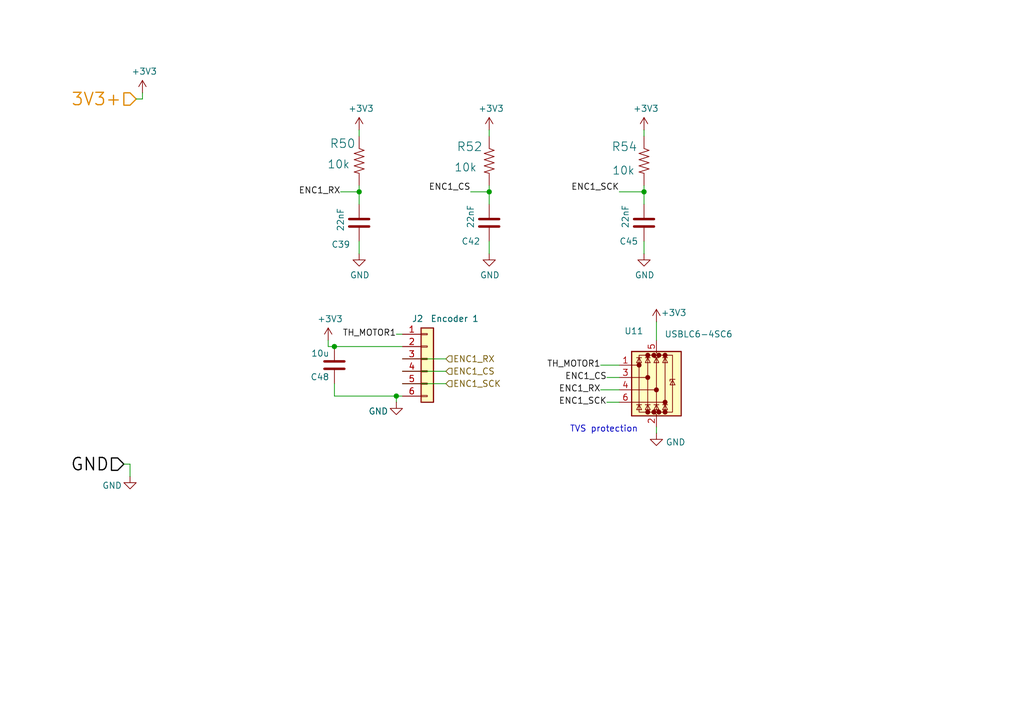
<source format=kicad_sch>
(kicad_sch (version 20231120) (generator "eeschema") (generator_version "8.0")
  (paper "A5")
  (title_block (title "BLDC Starting Point") (comment 1 "Florian, Josh and EMF Group Release"))
  (lib_symbols
    (symbol "Connector_Generic:Conn_01x06" (pin_names (offset 1.016) hide)
      (property "Reference" "J" (at 0 7.62 0))
      (property "Value" "Conn_01x06" (at 0 -10.16 0))
      (symbol "Conn_01x06_1_1"
        (rectangle (start -1.27 -7.493) (end 0 -7.747) (stroke (width 0.1524)))
        (rectangle (start -1.27 -4.953) (end 0 -5.207) (stroke (width 0.1524)))
        (rectangle (start -1.27 -2.413) (end 0 -2.667) (stroke (width 0.1524)))
        (rectangle (start -1.27 0.127) (end 0 -0.127) (stroke (width 0.1524)))
        (rectangle (start -1.27 2.667) (end 0 2.413) (stroke (width 0.1524)))
        (rectangle (start -1.27 5.207) (end 0 4.953) (stroke (width 0.1524)))
        (rectangle (start -1.27 6.35) (end 1.27 -8.89) (stroke (width 0.254)) (fill (type background)))
        (pin passive line (at -5.08 5.08 0) (length 3.81) (name "Pin_1") (number "1"))
        (pin passive line (at -5.08 2.54 0) (length 3.81) (name "Pin_2") (number "2"))
        (pin passive line (at -5.08 0 0) (length 3.81) (name "Pin_3") (number "3"))
        (pin passive line (at -5.08 -2.54 0) (length 3.81) (name "Pin_4") (number "4"))
        (pin passive line (at -5.08 -5.08 0) (length 3.81) (name "Pin_5") (number "5"))
        (pin passive line (at -5.08 -7.62 0) (length 3.81) (name "Pin_6") (number "6"))
      )
    )
    (symbol "Device:C" (pin_numbers hide) (pin_names (offset 0.254))
      (property "Reference" "C" (at 0.635 2.54 0))
      (property "Value" "C" (at 0.635 -2.54 0))
      (symbol "C_0_1"
        (polyline (pts (xy -2.032 -0.762) (xy 2.032 -0.762)) (stroke (width 0.508)))
        (polyline (pts (xy -2.032 0.762) (xy 2.032 0.762)) (stroke (width 0.508)))
      )
      (symbol "C_1_1"
        (pin passive line (at 0 3.81 270) (length 2.794) (name "~") (number "1"))
        (pin passive line (at 0 -3.81 90) (length 2.794) (name "~") (number "2"))
      )
    )
    (symbol "MotorController:TAYLOR_RESISTOR" (pin_numbers hide) (pin_names (offset 1.016) hide)
      (property "Reference" "R" (at -3.81 1.4986 0))
      (property "Value" "TAYLOR_RESISTOR" (at -3.81 -3.302 0))
      (symbol "TAYLOR_RESISTOR_1_0"
        (polyline (pts (xy -2.54 0) (xy -2.159 1.016)))
        (polyline (pts (xy -2.159 1.016) (xy -1.524 -1.016)))
        (polyline (pts (xy -1.524 -1.016) (xy -0.889 1.016)))
        (polyline (pts (xy -0.889 1.016) (xy -0.254 -1.016)))
        (polyline (pts (xy -0.254 -1.016) (xy 0.381 1.016)))
        (polyline (pts (xy 0.381 1.016) (xy 1.016 -1.016)))
        (polyline (pts (xy 1.016 -1.016) (xy 1.651 1.016)))
        (polyline (pts (xy 1.651 1.016) (xy 2.286 -1.016)))
        (polyline (pts (xy 2.286 -1.016) (xy 2.54 0)))
      )
      (symbol "TAYLOR_RESISTOR_1_1"
        (pin passive line (at -5.08 0 0) (length 2.54) (name "1") (number "1"))
        (pin passive line (at 5.08 0 180) (length 2.54) (name "2") (number "2"))
      )
    )
    (symbol "Power_Protection:USBLC6-4SC6" (pin_names hide)
      (property "Reference" "U" (at 1.27 9.525 0))
      (property "Value" "USBLC6-4SC6" (at 1.27 6.985 0))
      (symbol "USBLC6-4SC6_0_0"
        (circle (center -3.556 2.54) (radius 0.0001) (stroke (width 0.508)))
        (circle (center -1.778 -7.112) (radius 0.0001) (stroke (width 0.508)))
        (circle (center -1.778 0) (radius 0.0001) (stroke (width 0.508)))
        (circle (center -1.778 4.572) (radius 0.0001) (stroke (width 0.508)))
        (circle (center -0.508 -7.112) (radius 0.0001) (stroke (width 0.508)))
        (circle (center -0.508 4.572) (radius 0.0001) (stroke (width 0.508)))
        (circle (center 0 -2.54) (radius 0.0001) (stroke (width 0.508)))
        (circle (center 0.508 -7.112) (radius 0.0001) (stroke (width 0.508)))
        (circle (center 0.508 4.572) (radius 0.0001) (stroke (width 0.508)))
        (circle (center 1.778 -7.112) (radius 0.0001) (stroke (width 0.508)))
        (circle (center 1.778 -5.08) (radius 0.0001) (stroke (width 0.508)))
        (circle (center 1.778 4.572) (radius 0.0001) (stroke (width 0.508)))
      )
      (symbol "USBLC6-4SC6_0_1"
        (polyline (pts (xy -5.08 -5.08) (xy 1.778 -5.08)))
        (polyline (pts (xy -5.08 -2.54) (xy 0 -2.54)))
        (polyline (pts (xy -5.08 0) (xy -1.778 0)))
        (polyline (pts (xy -5.08 2.54) (xy -3.556 2.54)))
        (polyline (pts (xy -4.064 -5.588) (xy -3.048 -5.588)))
        (polyline (pts (xy -3.048 4.064) (xy -4.064 4.064)))
        (polyline (pts (xy -2.286 -5.588) (xy -1.27 -5.588)))
        (polyline (pts (xy -2.286 4.064) (xy -1.27 4.064)))
        (polyline (pts (xy -0.508 -5.588) (xy 0.508 -5.588)))
        (polyline (pts (xy 0 5.08) (xy 0.508 4.572)))
        (polyline (pts (xy 0.508 -7.112) (xy -0.508 -7.112)))
        (polyline (pts (xy 0.508 4.064) (xy -0.508 4.064)))
        (polyline (pts (xy 1.27 4.064) (xy 2.286 4.064)))
        (polyline (pts (xy 2.286 -5.588) (xy 1.27 -5.588)))
        (polyline (pts (xy 2.794 -0.762) (xy 2.794 -0.381) (xy 3.81 -0.381)))
        (polyline (pts (xy -4.064 3.048) (xy -3.048 3.048) (xy -3.556 4.064) (xy -4.064 3.048)))
        (polyline (pts (xy -3.048 -6.604) (xy -4.064 -6.604) (xy -3.556 -5.588) (xy -3.048 -6.604)))
        (polyline (pts (xy -1.27 -6.604) (xy -2.286 -6.604) (xy -1.778 -5.588) (xy -1.27 -6.604)))
        (polyline (pts (xy -1.27 3.048) (xy -2.286 3.048) (xy -1.778 4.064) (xy -1.27 3.048)))
        (polyline (pts (xy -0.508 -6.604) (xy 0.508 -6.604) (xy 0 -5.588) (xy -0.508 -6.604)))
        (polyline (pts (xy -0.508 3.048) (xy 0.508 3.048) (xy 0 4.064) (xy -0.508 3.048)))
        (polyline (pts (xy 1.27 -6.604) (xy 2.286 -6.604) (xy 1.778 -5.588) (xy 1.27 -6.604)))
        (polyline (pts (xy 1.778 4.572) (xy 3.302 4.572) (xy 3.302 -7.112) (xy 1.778 -7.112)))
        (polyline (pts (xy 2.286 3.048) (xy 1.27 3.048) (xy 1.778 4.064) (xy 2.286 3.048)))
        (polyline (pts (xy 3.81 -1.524) (xy 2.794 -1.524) (xy 3.302 -0.508) (xy 3.81 -1.524)))
      )
      (symbol "USBLC6-4SC6_1_1"
        (rectangle (start -5.08 5.334) (end 5.08 -7.874) (stroke (width 0.254)) (fill (type background)))
        (polyline (pts (xy -1.778 4.572) (xy -3.556 4.572) (xy -3.556 -7.112) (xy -1.778 -7.112)))
        (polyline (pts (xy -0.508 4.572) (xy 1.778 4.572) (xy 1.778 -7.112) (xy 0.508 -7.112)))
        (polyline (pts (xy 0.508 -7.112) (xy 0 -6.604) (xy 0 4.064) (xy -0.508 4.572)))
        (polyline (pts (xy 0 -7.62) (xy -0.508 -7.112) (xy -1.778 -7.112) (xy -1.778 4.572) (xy -0.508 4.572)))
        (pin passive line (at -7.62 2.54 0) (length 2.54) (name "I/O1") (number "1"))
        (pin passive line (at 0 -10.16 90) (length 2.54) (name "GND") (number "2"))
        (pin passive line (at -7.62 0 0) (length 2.54) (name "I/O2") (number "3"))
        (pin passive line (at -7.62 -2.54 0) (length 2.54) (name "I/O3") (number "4"))
        (pin passive line (at 0 7.62 270) (length 2.54) (name "VBUS") (number "5"))
        (pin passive line (at -7.62 -5.08 0) (length 2.54) (name "I/O4") (number "6"))
      )
    )
    (symbol "power:+3V3" (power) (pin_numbers hide) (pin_names (offset 0) hide)
      (property "Value" "+3V3" (at 0 3.556 0))
      (symbol "+3V3_0_1"
        (polyline (pts (xy -0.762 1.27) (xy 0 2.54)))
        (polyline (pts (xy 0 0) (xy 0 2.54)))
        (polyline (pts (xy 0 2.54) (xy 0.762 1.27)))
      )
      (symbol "+3V3_1_1"
        (pin power_in line (at 0 0 90) (length 0) (name "~") (number "1"))
      )
    )
    (symbol "power:GND" (power) (pin_numbers hide) (pin_names (offset 0) hide)
      (property "Value" "GND" (at 0 -3.81 0))
      (symbol "GND_0_1"
        (polyline (pts (xy 0 0) (xy 0 -1.27) (xy 1.27 -1.27) (xy 0 -2.54) (xy -1.27 -1.27) (xy 0 -1.27)))
      )
      (symbol "GND_1_1"
        (pin power_in line (at 0 0 270) (length 0) (name "~") (number "1"))
      )
    )
  )
  (junction (at 68.58 71.12))
  (junction (at 132.08 39.37))
  (junction (at 100.33 39.37))
  (junction (at 73.66 39.37))
  (junction (at 81.28 81.28))
  (wire (pts (xy 73.66 39.37) (xy 73.66 38.1)))
  (wire (pts (xy 100.33 39.37) (xy 100.33 41.91)))
  (wire (pts (xy 82.55 71.12) (xy 68.58 71.12)))
  (wire (pts (xy 123.19 74.93) (xy 127 74.93)))
  (wire (pts (xy 68.58 78.74) (xy 68.58 81.28)))
  (wire (pts (xy 100.33 38.1) (xy 100.33 39.37)))
  (wire (pts (xy 96.52 39.37) (xy 100.33 39.37)))
  (wire (pts (xy 25.4 95.25) (xy 26.67 95.25)))
  (wire (pts (xy 73.66 26.67) (xy 73.66 27.94)))
  (wire (pts (xy 26.67 95.25) (xy 26.67 97.79)))
  (wire (pts (xy 81.28 81.28) (xy 81.28 82.55)))
  (wire (pts (xy 73.66 49.53) (xy 73.66 52.07)))
  (wire (pts (xy 132.08 38.1) (xy 132.08 39.37)))
  (wire (pts (xy 82.55 76.2) (xy 91.44 76.2)))
  (wire (pts (xy 69.85 39.37) (xy 73.66 39.37)))
  (wire (pts (xy 100.33 26.67) (xy 100.33 27.94)))
  (wire (pts (xy 132.08 39.37) (xy 132.08 41.91)))
  (wire (pts (xy 81.28 68.58) (xy 82.55 68.58)))
  (wire (pts (xy 123.19 80.01) (xy 127 80.01)))
  (wire (pts (xy 124.46 77.47) (xy 127 77.47)))
  (wire (pts (xy 29.21 20.32) (xy 29.21 19.05)))
  (wire (pts (xy 132.08 49.53) (xy 132.08 52.07)))
  (wire (pts (xy 82.55 78.74) (xy 91.44 78.74)))
  (wire (pts (xy 82.55 73.66) (xy 91.44 73.66)))
  (wire (pts (xy 127 39.37) (xy 132.08 39.37)))
  (wire (pts (xy 100.33 49.53) (xy 100.33 52.07)))
  (wire (pts (xy 73.66 39.37) (xy 73.66 41.91)))
  (wire (pts (xy 134.62 87.63) (xy 134.62 88.9)))
  (wire (pts (xy 132.08 26.67) (xy 132.08 27.94)))
  (wire (pts (xy 124.46 82.55) (xy 127 82.55)))
  (wire (pts (xy 68.58 71.12) (xy 67.31 71.12)))
  (wire (pts (xy 68.58 81.28) (xy 81.28 81.28)))
  (wire (pts (xy 134.62 66.04) (xy 134.62 69.85)))
  (wire (pts (xy 67.31 71.12) (xy 67.31 69.85)))
  (wire (pts (xy 82.55 81.28) (xy 81.28 81.28)))
  (wire (pts (xy 27.94 20.32) (xy 29.21 20.32)))
  (text "TVS protection" (at 116.84 88.9 0) (effects (font (size 1.27 1.27)) (justify left bottom)))
  (label "ENC1_RX" (at 123.19 80.01 180))
  (label "ENC1_SCK" (at 124.46 82.55 180))
  (label "TH_MOTOR1" (at 81.28 68.58 180))
  (label "ENC1_CS" (at 96.52 39.37 180))
  (label "TH_MOTOR1" (at 123.19 74.93 180))
  (label "ENC1_SCK" (at 127 39.37 180))
  (label "ENC1_RX" (at 69.85 39.37 180))
  (label "ENC1_CS" (at 124.46 77.47 180))
  (hierarchical_label "ENC1_CS" (shape input) (at 91.44 76.2 0))
  (hierarchical_label "GND" (shape input) (at 25.4 95.25 180) (effects (font (size 2.54 2.54) (thickness 0.254) (bold yes))))
  (hierarchical_label "ENC1_RX" (shape input) (at 91.44 73.66 0))
  (hierarchical_label "ENC1_SCK" (shape input) (at 91.44 78.74 0))
  (hierarchical_label "3V3+" (shape input) (at 27.94 20.32 180) (effects (font (size 2.54 2.54) (thickness 0.254) (bold yes))))
  (symbol (lib_id "power:+3V3") (at 132.08 26.67 0) (unit 1)
    (property "Reference" "#PWR084" (effects (hide yes)))
    (property "Value" "+3V3" (at 132.461 22.2758 0))
    (property "Description" "Power symbol creates a global label with name \"+3V3\"" (effects (hide yes)))
  )
  (symbol (lib_id "power:+3V3") (at 100.33 26.67 0) (unit 1)
    (property "Reference" "#PWR082" (effects (hide yes)))
    (property "Value" "+3V3" (at 100.711 22.2758 0))
    (property "Description" "Power symbol creates a global label with name \"+3V3\"" (effects (hide yes)))
  )
  (symbol (lib_id "MotorController:TAYLOR_RESISTOR") (at 73.66 33.02 270) (unit 1)
    (property "Reference" "R50" (at 67.5386 30.48 90) (effects (font (size 1.778 1.778)) (justify left bottom)))
    (property "Value" "10k" (at 67.056 32.766 90) (effects (font (size 1.651 1.651)) (justify left top)))
    (property "Footprint" "Resistor_SMD:R_0603_1608Metric" (effects (hide yes)))
    (property "LCSC" "C25804" (effects (hide yes)))
  )
  (symbol (lib_id "Power_Protection:USBLC6-4SC6") (at 134.62 77.47 0) (unit 1)
    (property "Reference" "U11" (at 128.0161 67.945 0) (effects (justify left)))
    (property "Value" "USBLC6-4SC6" (at 136.2711 68.58 0) (effects (justify left)))
    (property "Footprint" "Package_TO_SOT_SMD:SOT-23-6" (effects (hide yes)))
    (property "Datasheet" "https://www.st.com/resource/en/datasheet/usblc6-4.pdf" (effects (hide yes)))
    (property "Description" "Very low capacitance ESD protection diode, 4 data-line, SOT-23-6" (effects (hide yes)))
    (property "LCSC" "C558419" (effects (hide yes)))
  )
  (symbol (lib_id "Device:C") (at 73.66 45.72 180) (unit 1)
    (property "Reference" "C39" (at 67.945 50.165 0) (effects (justify right)))
    (property "Value" "22nF" (at 69.85 45.085 90))
    (property "Footprint" "Capacitor_SMD:C_0805_2012Metric" (effects (hide yes)))
    (property "Description" "Unpolarized capacitor" (effects (hide yes)))
    (property "LCSC" "C77069" (effects (hide yes)))
  )
  (symbol (lib_id "MotorController:TAYLOR_RESISTOR") (at 132.08 33.02 270) (unit 1)
    (property "Reference" "R54" (at 125.3236 31.115 90) (effects (font (size 1.778 1.778)) (justify left bottom)))
    (property "Value" "10k" (at 125.476 34.036 90) (effects (font (size 1.651 1.651)) (justify left top)))
    (property "Footprint" "Resistor_SMD:R_0603_1608Metric" (effects (hide yes)))
    (property "LCSC" "C25804" (effects (hide yes)))
  )
  (symbol (lib_id "power:GND") (at 100.33 52.07 0) (unit 1)
    (property "Reference" "#PWR083" (effects (hide yes)))
    (property "Value" "GND" (at 100.457 56.4642 0))
    (property "Description" "Power symbol creates a global label with name \"GND\" , ground" (effects (hide yes)))
  )
  (symbol (lib_id "Device:C") (at 68.58 74.93 180) (unit 1)
    (property "Reference" "C48" (at 67.564 77.3684 0) (effects (justify left)))
    (property "Value" "10u" (at 67.564 72.517 0) (effects (justify left)))
    (property "Footprint" "Capacitor_SMD:C_0805_2012Metric" (effects (hide yes)))
    (property "Description" "Unpolarized capacitor" (effects (hide yes)))
    (property "LCSC" "C15850" (effects (hide yes)))
  )
  (symbol (lib_id "power:+3V3") (at 73.66 26.67 0) (unit 1)
    (property "Reference" "#PWR070" (effects (hide yes)))
    (property "Value" "+3V3" (at 74.041 22.2758 0))
    (property "Description" "Power symbol creates a global label with name \"+3V3\"" (effects (hide yes)))
  )
  (symbol (lib_id "power:+3V3") (at 67.31 69.85 0) (unit 1)
    (property "Reference" "#PWR086" (effects (hide yes)))
    (property "Value" "+3V3" (at 67.691 65.4558 0))
    (property "Description" "Power symbol creates a global label with name \"+3V3\"" (effects (hide yes)))
  )
  (symbol (lib_id "Connector_Generic:Conn_01x06") (at 87.63 73.66 0) (unit 1)
    (property "Reference" "J2" (at 84.455 65.4049 0) (effects (justify left)))
    (property "Value" "Encoder 1" (at 88.265 65.4049 0) (effects (justify left)))
    (property "Footprint" "[EastMakes] Connectors:RJ14_Connfly_DS1133-S6_Horizontal" (effects (hide yes)))
    (property "Description" "Generic connector, single row, 01x06, script generated (kicad-library-utils/schlib/autogen/connector/)" (effects (hide yes)))
    (property "LCSC" "C2982035" (effects (hide yes)))
  )
  (symbol (lib_id "power:+3V3") (at 134.62 66.04 0) (unit 1)
    (property "Reference" "#PWR088" (effects (hide yes)))
    (property "Value" "+3V3" (at 138.176 64.1858 0))
    (property "Description" "Power symbol creates a global label with name \"+3V3\"" (effects (hide yes)))
  )
  (symbol (lib_id "Device:C") (at 100.33 45.72 0) (unit 1)
    (property "Reference" "C42" (at 94.615 49.53 0) (effects (justify left)))
    (property "Value" "22nF" (at 96.52 44.45 90))
    (property "Footprint" "Capacitor_SMD:C_0805_2012Metric" (effects (hide yes)))
    (property "Description" "Unpolarized capacitor" (effects (hide yes)))
    (property "LCSC" "C77069" (effects (hide yes)))
  )
  (symbol (lib_id "power:GND") (at 134.62 88.9 0) (unit 1)
    (property "Reference" "#PWR089" (effects (hide yes)))
    (property "Value" "GND" (at 138.557 90.7542 0))
    (property "Description" "Power symbol creates a global label with name \"GND\" , ground" (effects (hide yes)))
  )
  (symbol (lib_id "power:GND") (at 26.67 97.79 0) (unit 1)
    (property "Reference" "#PWR090" (effects (hide yes)))
    (property "Value" "GND" (at 22.987 99.6442 0))
    (property "Description" "Power symbol creates a global label with name \"GND\" , ground" (effects (hide yes)))
  )
  (symbol (lib_id "power:GND") (at 73.66 52.07 0) (unit 1)
    (property "Reference" "#PWR071" (effects (hide yes)))
    (property "Value" "GND" (at 73.787 56.4642 0))
    (property "Description" "Power symbol creates a global label with name \"GND\" , ground" (effects (hide yes)))
  )
  (symbol (lib_id "power:GND") (at 132.08 52.07 0) (unit 1)
    (property "Reference" "#PWR085" (effects (hide yes)))
    (property "Value" "GND" (at 132.207 56.4642 0))
    (property "Description" "Power symbol creates a global label with name \"GND\" , ground" (effects (hide yes)))
  )
  (symbol (lib_id "power:GND") (at 81.28 82.55 0) (unit 1)
    (property "Reference" "#PWR087" (effects (hide yes)))
    (property "Value" "GND" (at 77.597 84.4042 0))
    (property "Description" "Power symbol creates a global label with name \"GND\" , ground" (effects (hide yes)))
  )
  (symbol (lib_id "MotorController:TAYLOR_RESISTOR") (at 100.33 33.02 270) (unit 1)
    (property "Reference" "R52" (at 93.5736 31.115 90) (effects (font (size 1.778 1.778)) (justify left bottom)))
    (property "Value" "10k" (at 93.091 33.401 90) (effects (font (size 1.651 1.651)) (justify left top)))
    (property "Footprint" "Resistor_SMD:R_0603_1608Metric" (effects (hide yes)))
    (property "LCSC" "C25804" (effects (hide yes)))
  )
  (symbol (lib_id "Device:C") (at 132.08 45.72 0) (unit 1)
    (property "Reference" "C45" (at 127 49.53 0) (effects (justify left)))
    (property "Value" "22nF" (at 128.27 44.45 90))
    (property "Footprint" "Capacitor_SMD:C_0805_2012Metric" (effects (hide yes)))
    (property "Description" "Unpolarized capacitor" (effects (hide yes)))
    (property "LCSC" "C77069" (effects (hide yes)))
  )
  (symbol (lib_id "power:+3V3") (at 29.21 19.05 0) (unit 1)
    (property "Reference" "#PWR091" (effects (hide yes)))
    (property "Value" "+3V3" (at 29.591 14.6558 0))
    (property "Description" "Power symbol creates a global label with name \"+3V3\"" (effects (hide yes)))
  )
)
</source>
